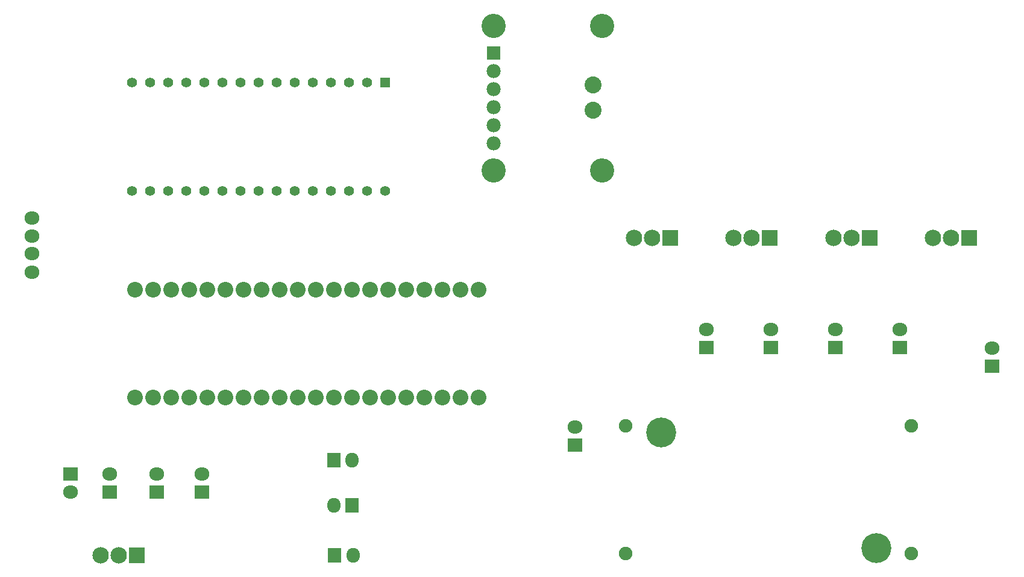
<source format=gts>
G04*
G04 #@! TF.GenerationSoftware,Altium Limited,Altium Designer,22.11.1 (43)*
G04*
G04 Layer_Color=8388736*
%FSLAX44Y44*%
%MOMM*%
G71*
G04*
G04 #@! TF.SameCoordinates,14A6941D-5628-486E-95A6-CD52BDA425C4*
G04*
G04*
G04 #@! TF.FilePolarity,Negative*
G04*
G01*
G75*
%ADD16R,2.1082X1.8542*%
%ADD17O,2.1082X1.8542*%
%ADD18R,1.8542X2.1082*%
%ADD19O,1.8542X2.1082*%
%ADD20R,1.4140X1.4140*%
%ADD21C,1.4140*%
%ADD22O,2.2032X2.2032*%
%ADD23C,2.3032*%
%ADD24R,2.3032X2.3032*%
%ADD25C,1.9812*%
%ADD26R,1.9812X1.9812*%
%ADD27C,2.3876*%
%ADD28C,3.4032*%
%ADD29C,1.9032*%
%ADD30C,4.2032*%
D16*
X1253067Y347726D02*
D03*
X1162473D02*
D03*
X363220Y144526D02*
D03*
X1473200Y321056D02*
D03*
X1071880Y347726D02*
D03*
X1343660D02*
D03*
X887730Y210566D02*
D03*
X299720Y144526D02*
D03*
X233680D02*
D03*
X179070Y169926D02*
D03*
D17*
X1253067Y373380D02*
D03*
X1162473D02*
D03*
X363220Y170180D02*
D03*
X1473200Y346710D02*
D03*
X124460Y453644D02*
D03*
Y479298D02*
D03*
Y504190D02*
D03*
Y529844D02*
D03*
X1071880Y373380D02*
D03*
X1343660D02*
D03*
X887730Y236220D02*
D03*
X299720Y170180D02*
D03*
X233680D02*
D03*
X179070Y144272D02*
D03*
D18*
X574294Y125730D02*
D03*
X548640Y189230D02*
D03*
X549910Y55880D02*
D03*
D19*
X548640Y125730D02*
D03*
X574294Y189230D02*
D03*
X575564Y55880D02*
D03*
D20*
X621030Y720090D02*
D03*
D21*
X595630D02*
D03*
X570230D02*
D03*
X544830D02*
D03*
X519430D02*
D03*
X494030D02*
D03*
X468630D02*
D03*
X443230D02*
D03*
X417830D02*
D03*
X392430D02*
D03*
X367030D02*
D03*
X341630D02*
D03*
X316230D02*
D03*
X290830D02*
D03*
X265430D02*
D03*
Y567690D02*
D03*
X290830D02*
D03*
X316230D02*
D03*
X341630D02*
D03*
X367030D02*
D03*
X392430D02*
D03*
X417830D02*
D03*
X443230D02*
D03*
X468630D02*
D03*
X494030D02*
D03*
X519430D02*
D03*
X544830D02*
D03*
X570230D02*
D03*
X595630D02*
D03*
X621030D02*
D03*
D22*
X599440Y429260D02*
D03*
X574040D02*
D03*
X548640D02*
D03*
X523240D02*
D03*
X472440D02*
D03*
X447040D02*
D03*
X421640D02*
D03*
X497840D02*
D03*
X624840D02*
D03*
X726440D02*
D03*
X701040D02*
D03*
X675640D02*
D03*
X752094D02*
D03*
X650240D02*
D03*
X396348Y277114D02*
D03*
X370948D02*
D03*
X447149D02*
D03*
X345549D02*
D03*
X320149D02*
D03*
X294748D02*
D03*
X269349D02*
D03*
X421749D02*
D03*
X472548D02*
D03*
X574148D02*
D03*
X497948D02*
D03*
X523349D02*
D03*
X548749D02*
D03*
X599548D02*
D03*
X624949D02*
D03*
X726548D02*
D03*
X701149D02*
D03*
X675749D02*
D03*
X751948D02*
D03*
X650349D02*
D03*
X396240Y429260D02*
D03*
X294640D02*
D03*
X370840D02*
D03*
X269240D02*
D03*
X320040D02*
D03*
X345440D02*
D03*
D23*
X1390650Y501650D02*
D03*
X1416050D02*
D03*
X1110403D02*
D03*
X1135803D02*
D03*
X970280D02*
D03*
X995680D02*
D03*
X1250527D02*
D03*
X1275927D02*
D03*
X220980Y55880D02*
D03*
X246380D02*
D03*
D24*
X1441450Y501650D02*
D03*
X1161203D02*
D03*
X1021080D02*
D03*
X1301327D02*
D03*
X271780Y55880D02*
D03*
D25*
X773430Y711200D02*
D03*
Y685800D02*
D03*
Y736600D02*
D03*
Y660400D02*
D03*
Y635000D02*
D03*
D26*
Y762000D02*
D03*
D27*
X913130Y716500D02*
D03*
Y681500D02*
D03*
D28*
X773430Y800100D02*
D03*
X925830D02*
D03*
Y596900D02*
D03*
X773430D02*
D03*
D29*
X958850Y237490D02*
D03*
X1360170Y58420D02*
D03*
X958850D02*
D03*
X1360170Y237490D02*
D03*
D30*
X1008380Y228600D02*
D03*
X1310640Y66040D02*
D03*
M02*

</source>
